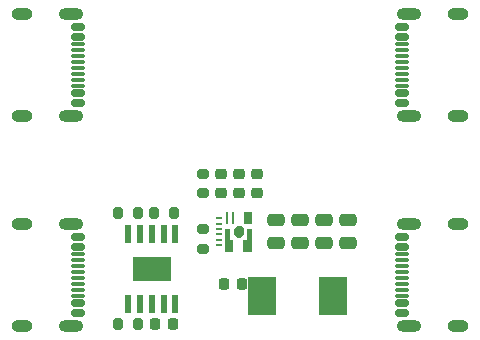
<source format=gbr>
%TF.GenerationSoftware,KiCad,Pcbnew,7.0.10*%
%TF.CreationDate,2024-02-21T00:47:17-06:00*%
%TF.ProjectId,Power-Module,506f7765-722d-44d6-9f64-756c652e6b69,rev?*%
%TF.SameCoordinates,Original*%
%TF.FileFunction,Paste,Top*%
%TF.FilePolarity,Positive*%
%FSLAX46Y46*%
G04 Gerber Fmt 4.6, Leading zero omitted, Abs format (unit mm)*
G04 Created by KiCad (PCBNEW 7.0.10) date 2024-02-21 00:47:17*
%MOMM*%
%LPD*%
G01*
G04 APERTURE LIST*
G04 Aperture macros list*
%AMRoundRect*
0 Rectangle with rounded corners*
0 $1 Rounding radius*
0 $2 $3 $4 $5 $6 $7 $8 $9 X,Y pos of 4 corners*
0 Add a 4 corners polygon primitive as box body*
4,1,4,$2,$3,$4,$5,$6,$7,$8,$9,$2,$3,0*
0 Add four circle primitives for the rounded corners*
1,1,$1+$1,$2,$3*
1,1,$1+$1,$4,$5*
1,1,$1+$1,$6,$7*
1,1,$1+$1,$8,$9*
0 Add four rect primitives between the rounded corners*
20,1,$1+$1,$2,$3,$4,$5,0*
20,1,$1+$1,$4,$5,$6,$7,0*
20,1,$1+$1,$6,$7,$8,$9,0*
20,1,$1+$1,$8,$9,$2,$3,0*%
%AMFreePoly0*
4,1,7,1.730000,-0.250000,0.800000,-0.250000,0.800000,-0.550000,-0.220000,-0.550000,-0.220000,0.150000,1.730000,0.150000,1.730000,-0.250000,1.730000,-0.250000,$1*%
%AMFreePoly1*
4,1,9,0.465000,0.195000,0.465000,-0.045000,0.165000,-0.345000,-0.325000,-0.345000,-0.635000,-0.045000,-0.635000,0.195000,-0.325000,0.505000,0.165000,0.505000,0.465000,0.195000,0.465000,0.195000,$1*%
%AMFreePoly2*
4,1,7,0.370000,0.275000,1.300000,0.275000,1.300000,-0.175000,-0.650000,-0.175000,-0.650000,0.575000,0.370000,0.575000,0.370000,0.275000,0.370000,0.275000,$1*%
G04 Aperture macros list end*
%ADD10R,3.300000X2.100000*%
%ADD11R,0.600000X1.500000*%
%ADD12RoundRect,0.200000X0.200000X0.275000X-0.200000X0.275000X-0.200000X-0.275000X0.200000X-0.275000X0*%
%ADD13R,2.400000X3.200000*%
%ADD14RoundRect,0.250000X0.475000X-0.250000X0.475000X0.250000X-0.475000X0.250000X-0.475000X-0.250000X0*%
%ADD15RoundRect,0.225000X-0.225000X-0.250000X0.225000X-0.250000X0.225000X0.250000X-0.225000X0.250000X0*%
%ADD16RoundRect,0.225000X0.250000X-0.225000X0.250000X0.225000X-0.250000X0.225000X-0.250000X-0.225000X0*%
%ADD17O,1.800000X1.000000*%
%ADD18O,2.100000X1.000000*%
%ADD19RoundRect,0.150000X-0.425000X0.150000X-0.425000X-0.150000X0.425000X-0.150000X0.425000X0.150000X0*%
%ADD20RoundRect,0.075000X-0.500000X0.075000X-0.500000X-0.075000X0.500000X-0.075000X0.500000X0.075000X0*%
%ADD21FreePoly0,90.000000*%
%ADD22FreePoly1,90.000000*%
%ADD23FreePoly2,90.000000*%
%ADD24R,0.750000X1.100000*%
%ADD25R,0.260000X1.100000*%
%ADD26R,0.600000X0.250000*%
%ADD27RoundRect,0.150000X0.425000X-0.150000X0.425000X0.150000X-0.425000X0.150000X-0.425000X-0.150000X0*%
%ADD28RoundRect,0.075000X0.500000X-0.075000X0.500000X0.075000X-0.500000X0.075000X-0.500000X-0.075000X0*%
%ADD29RoundRect,0.200000X0.275000X-0.200000X0.275000X0.200000X-0.275000X0.200000X-0.275000X-0.200000X0*%
%ADD30RoundRect,0.200000X-0.200000X-0.275000X0.200000X-0.275000X0.200000X0.275000X-0.200000X0.275000X0*%
G04 APERTURE END LIST*
D10*
%TO.C,U1*%
X138938000Y-98552000D03*
D11*
X136938000Y-95552000D03*
X137938000Y-95552000D03*
X138938000Y-95552000D03*
X139938000Y-95552000D03*
X140938000Y-95552000D03*
X140938000Y-101552000D03*
X139938000Y-101552000D03*
X138938000Y-101552000D03*
X137938000Y-101552000D03*
X136938000Y-101552000D03*
%TD*%
D12*
%TO.C,R1*%
X137731000Y-93853000D03*
X136081000Y-93853000D03*
%TD*%
D13*
%TO.C,L1*%
X148257000Y-100838000D03*
X154257000Y-100838000D03*
%TD*%
D14*
%TO.C,C7*%
X151511000Y-96327000D03*
X151511000Y-94427000D03*
%TD*%
D15*
%TO.C,C5*%
X146571000Y-99822000D03*
X145021000Y-99822000D03*
%TD*%
D16*
%TO.C,C2*%
X147828000Y-92088000D03*
X147828000Y-90538000D03*
%TD*%
D17*
%TO.C,J2*%
X127957000Y-85600000D03*
D18*
X132137000Y-85600000D03*
D17*
X127957000Y-76960000D03*
D18*
X132137000Y-76960000D03*
D19*
X132712000Y-78080000D03*
X132712000Y-78880000D03*
D20*
X132712000Y-79530000D03*
X132712000Y-80530000D03*
X132712000Y-82030000D03*
X132712000Y-83030000D03*
D19*
X132712000Y-83680000D03*
X132712000Y-84480000D03*
X132712000Y-84480000D03*
X132712000Y-83680000D03*
D20*
X132712000Y-82530000D03*
X132712000Y-81530000D03*
X132712000Y-81030000D03*
X132712000Y-80030000D03*
D19*
X132712000Y-78880000D03*
X132712000Y-78080000D03*
%TD*%
D21*
%TO.C,U2*%
X145346000Y-96874000D03*
D22*
X146371000Y-95299000D03*
D23*
X147221000Y-96424000D03*
D24*
X147046000Y-94234000D03*
D25*
X145796000Y-94234000D03*
X145346000Y-94234000D03*
D26*
X144646000Y-94264000D03*
X144646000Y-94714000D03*
X144646000Y-95164000D03*
X144646000Y-95614000D03*
X144646000Y-96064000D03*
X144646000Y-96514000D03*
%TD*%
D27*
%TO.C,J3*%
X160150000Y-84480000D03*
X160150000Y-83680000D03*
D28*
X160150000Y-82530000D03*
X160150000Y-81530000D03*
X160150000Y-81030000D03*
X160150000Y-80030000D03*
D27*
X160150000Y-78880000D03*
X160150000Y-78080000D03*
X160150000Y-78080000D03*
X160150000Y-78880000D03*
D28*
X160150000Y-79530000D03*
X160150000Y-80530000D03*
X160150000Y-82030000D03*
X160150000Y-83030000D03*
D27*
X160150000Y-83680000D03*
X160150000Y-84480000D03*
D18*
X160725000Y-85600000D03*
D17*
X164905000Y-85600000D03*
D18*
X160725000Y-76960000D03*
D17*
X164905000Y-76960000D03*
%TD*%
D16*
%TO.C,C3*%
X146304000Y-92101000D03*
X146304000Y-90551000D03*
%TD*%
D14*
%TO.C,C8*%
X153543000Y-96327000D03*
X153543000Y-94427000D03*
%TD*%
D29*
%TO.C,R7*%
X143256000Y-90488000D03*
X143256000Y-92138000D03*
%TD*%
D27*
%TO.C,J4*%
X160150000Y-102260000D03*
X160150000Y-101460000D03*
D28*
X160150000Y-100310000D03*
X160150000Y-99310000D03*
X160150000Y-98810000D03*
X160150000Y-97810000D03*
D27*
X160150000Y-96660000D03*
X160150000Y-95860000D03*
X160150000Y-95860000D03*
X160150000Y-96660000D03*
D28*
X160150000Y-97310000D03*
X160150000Y-98310000D03*
X160150000Y-99810000D03*
X160150000Y-100810000D03*
D27*
X160150000Y-101460000D03*
X160150000Y-102260000D03*
D18*
X160725000Y-103380000D03*
D17*
X164905000Y-103380000D03*
D18*
X160725000Y-94740000D03*
D17*
X164905000Y-94740000D03*
%TD*%
D29*
%TO.C,R6*%
X143256000Y-96837000D03*
X143256000Y-95187000D03*
%TD*%
D16*
%TO.C,C4*%
X144780000Y-92088000D03*
X144780000Y-90538000D03*
%TD*%
D14*
%TO.C,C9*%
X155575000Y-96327000D03*
X155575000Y-94427000D03*
%TD*%
D12*
%TO.C,R3*%
X140779000Y-93853000D03*
X139129000Y-93853000D03*
%TD*%
D14*
%TO.C,C6*%
X149479000Y-96327000D03*
X149479000Y-94427000D03*
%TD*%
D19*
%TO.C,J1*%
X132712000Y-95860000D03*
X132712000Y-96660000D03*
D20*
X132712000Y-97810000D03*
X132712000Y-98810000D03*
X132712000Y-99310000D03*
X132712000Y-100310000D03*
D19*
X132712000Y-101460000D03*
X132712000Y-102260000D03*
X132712000Y-102260000D03*
X132712000Y-101460000D03*
D20*
X132712000Y-100810000D03*
X132712000Y-99810000D03*
X132712000Y-98310000D03*
X132712000Y-97310000D03*
D19*
X132712000Y-96660000D03*
X132712000Y-95860000D03*
D18*
X132137000Y-94740000D03*
D17*
X127957000Y-94740000D03*
D18*
X132137000Y-103380000D03*
D17*
X127957000Y-103380000D03*
%TD*%
D30*
%TO.C,R2*%
X136081000Y-103251000D03*
X137731000Y-103251000D03*
%TD*%
D15*
%TO.C,C1*%
X139179000Y-103251000D03*
X140729000Y-103251000D03*
%TD*%
M02*

</source>
